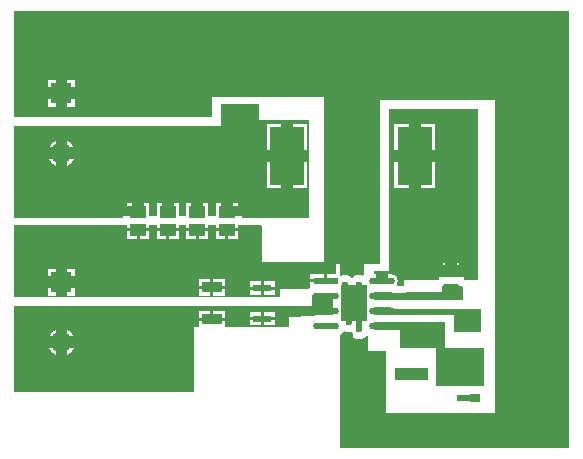
<source format=gtl>
G04*
G04 #@! TF.GenerationSoftware,Altium Limited,Altium Designer,21.2.2 (38)*
G04*
G04 Layer_Physical_Order=1*
G04 Layer_Color=255*
%FSLAX25Y25*%
%MOIN*%
G70*
G04*
G04 #@! TF.SameCoordinates,A6081B22-79F4-4FF1-9526-7A4968917333*
G04*
G04*
G04 #@! TF.FilePolarity,Positive*
G04*
G01*
G75*
%ADD14R,0.08477X0.02292*%
G04:AMPARAMS|DCode=15|XSize=84.77mil|YSize=22.92mil|CornerRadius=11.46mil|HoleSize=0mil|Usage=FLASHONLY|Rotation=0.000|XOffset=0mil|YOffset=0mil|HoleType=Round|Shape=RoundedRectangle|*
%AMROUNDEDRECTD15*
21,1,0.08477,0.00000,0,0,0.0*
21,1,0.06185,0.02292,0,0,0.0*
1,1,0.02292,0.03093,0.00000*
1,1,0.02292,-0.03093,0.00000*
1,1,0.02292,-0.03093,0.00000*
1,1,0.02292,0.03093,0.00000*
%
%ADD15ROUNDEDRECTD15*%
%ADD16R,0.11595X0.19488*%
%ADD17R,0.03543X0.03150*%
%ADD18R,0.06299X0.02362*%
%ADD19R,0.03543X0.02756*%
%ADD20R,0.01181X0.03150*%
%ADD21R,0.05140X0.06922*%
%ADD22R,0.05315X0.04134*%
%ADD23R,0.06693X0.03642*%
%ADD24R,0.09055X0.12205*%
%ADD32C,0.01968*%
%ADD33R,0.07087X0.07087*%
%ADD34C,0.07087*%
%ADD35C,0.02362*%
G36*
X83661Y111221D02*
X100394D01*
Y78740D01*
X77854D01*
Y79232D01*
X76492D01*
Y79233D01*
X72835D01*
Y80709D01*
X70866D01*
Y83776D01*
X69177D01*
Y79232D01*
X66650D01*
Y83776D01*
X64961D01*
Y80709D01*
X61024D01*
Y83776D01*
X59335D01*
Y79232D01*
X56807D01*
Y83776D01*
X55118D01*
Y80709D01*
X51181D01*
Y83776D01*
X49492D01*
Y79232D01*
X48327D01*
Y79232D01*
X46965D01*
Y83776D01*
X45276D01*
Y80709D01*
X43307D01*
Y79233D01*
X39650D01*
Y79232D01*
X38287D01*
Y78740D01*
X1969D01*
X1969Y109252D01*
X70866Y109252D01*
X70866Y116686D01*
X83661D01*
Y111221D01*
D02*
G37*
G36*
X156496Y58071D02*
X152009D01*
X151790Y58114D01*
X151772Y58126D01*
Y59055D01*
X150409D01*
Y59055D01*
X147638D01*
X144866D01*
Y59055D01*
X143504D01*
Y58126D01*
X143421Y58071D01*
X131890D01*
Y56150D01*
X131653Y56102D01*
X129724D01*
X129456Y56602D01*
X129628Y56860D01*
X129795Y57697D01*
X129628Y58534D01*
X129154Y59244D01*
X128444Y59718D01*
X127607Y59885D01*
X126483D01*
Y57697D01*
X122546D01*
Y59885D01*
X122047D01*
Y60977D01*
X124016D01*
X124248Y61024D01*
X126969D01*
Y115157D01*
X156496D01*
Y58071D01*
D02*
G37*
G36*
X150069Y56368D02*
X150850Y55846D01*
X151575Y55702D01*
Y52165D01*
Y51181D01*
X128018D01*
X127986Y51185D01*
X127607Y51235D01*
X122047D01*
Y53827D01*
X127449D01*
X128208Y53727D01*
X128342Y53736D01*
X128552Y53694D01*
X128552Y53694D01*
X128552D01*
X131890D01*
X132811Y53877D01*
X132901Y53937D01*
X144685D01*
Y56019D01*
X145207Y56368D01*
X145393Y56647D01*
X149882D01*
X150069Y56368D01*
D02*
G37*
G36*
X108268Y46235D02*
X102708D01*
X101793Y46115D01*
X101251Y45891D01*
X93504Y45703D01*
Y42323D01*
X72260D01*
Y44333D01*
X67913D01*
X63567D01*
Y42323D01*
X62008D01*
Y20669D01*
X1969D01*
Y49213D01*
X101279D01*
Y53009D01*
X101348Y53032D01*
X101585Y53240D01*
X101615Y53260D01*
X101672Y53288D01*
X101774Y53366D01*
X101847Y53415D01*
X101857Y53430D01*
X102005Y53543D01*
X108268D01*
Y46235D01*
D02*
G37*
G36*
X127894Y48768D02*
X128391Y48562D01*
X128391Y48562D01*
X128760Y48489D01*
X129313Y48379D01*
X129313Y48379D01*
X151575D01*
X151807Y48425D01*
X157480D01*
Y40945D01*
X157087Y40551D01*
X148425D01*
Y46457D01*
X122047D01*
Y48827D01*
X127449D01*
X127894Y48768D01*
D02*
G37*
G36*
X139764Y24606D02*
X128937D01*
Y28543D01*
X139764D01*
Y24606D01*
D02*
G37*
G36*
X145669Y35433D02*
X158465Y35433D01*
Y22638D01*
X142717D01*
Y28543D01*
X142520Y35433D01*
X130709D01*
Y41339D01*
X122304D01*
X122047Y41732D01*
Y44048D01*
X145669D01*
Y35433D01*
D02*
G37*
G36*
X187008Y1969D02*
X162402D01*
Y2190D01*
X162180Y1969D01*
X110630D01*
Y34252D01*
Y39619D01*
X110662Y39632D01*
X111395Y40195D01*
X111941Y40906D01*
X112548Y40654D01*
X113422Y40539D01*
X113663Y40571D01*
X113944Y39892D01*
X114481Y39193D01*
X115180Y38656D01*
X115994Y38319D01*
X116867Y38204D01*
X117741Y38319D01*
X118555Y38656D01*
X119254Y39193D01*
X119614Y39662D01*
X119652Y39632D01*
X120079Y39456D01*
Y34449D01*
X125984D01*
Y13780D01*
X162402Y13780D01*
Y118110D01*
X124016D01*
Y63386D01*
X118582D01*
X118512Y59846D01*
X118082Y59483D01*
X117808Y59597D01*
X116934Y59712D01*
X116060Y59597D01*
X115246Y59259D01*
X114547Y58723D01*
X114546Y58721D01*
X113892Y59222D01*
X113078Y59560D01*
X112205Y59675D01*
X111331Y59560D01*
X111046Y59441D01*
X110630Y59719D01*
Y63386D01*
X109252D01*
Y59843D01*
X106301D01*
Y57697D01*
X105801D01*
Y57197D01*
X100562D01*
Y55551D01*
X100247Y55242D01*
X100135Y55130D01*
X100114Y55118D01*
X90551D01*
Y52165D01*
X2085D01*
X1878Y52665D01*
X1969Y52756D01*
Y76332D01*
X38287D01*
Y76279D01*
X39650D01*
Y75303D01*
X46965D01*
Y76279D01*
X48130D01*
Y76279D01*
X49492D01*
Y75303D01*
X53150D01*
X56807D01*
Y76279D01*
X59335D01*
Y75303D01*
X62992D01*
X66650D01*
Y76279D01*
X69177D01*
Y75303D01*
X72835D01*
X76492D01*
Y76279D01*
X77854D01*
Y76332D01*
X84101D01*
X84646Y75787D01*
Y63976D01*
X105118D01*
Y119095D01*
X67913D01*
Y112205D01*
X1969D01*
Y147638D01*
X187008D01*
Y1969D01*
D02*
G37*
%LPC*%
G36*
X19685Y104346D02*
Y102205D01*
X21826D01*
X21352Y103026D01*
X20506Y103872D01*
X19685Y104346D01*
D02*
G37*
G36*
X15748D02*
X14927Y103872D01*
X14081Y103026D01*
X13607Y102205D01*
X15748D01*
Y104346D01*
D02*
G37*
G36*
X99681Y110153D02*
X94852D01*
Y101378D01*
X99681D01*
Y110153D01*
D02*
G37*
G36*
X90915D02*
X86087D01*
Y101378D01*
X90915D01*
Y110153D01*
D02*
G37*
G36*
X21826Y98268D02*
X19685D01*
Y96127D01*
X20506Y96601D01*
X21352Y97447D01*
X21826Y98268D01*
D02*
G37*
G36*
X15748D02*
X13607D01*
X14081Y97447D01*
X14927Y96601D01*
X15748Y96127D01*
Y98268D01*
D02*
G37*
G36*
X99681Y97441D02*
X94852D01*
Y88665D01*
X99681D01*
Y97441D01*
D02*
G37*
G36*
X90915D02*
X86087D01*
Y88665D01*
X90915D01*
Y97441D01*
D02*
G37*
G36*
X41339Y83776D02*
X39650D01*
Y82677D01*
X41339D01*
Y83776D01*
D02*
G37*
G36*
X76492Y83776D02*
X74803D01*
Y82677D01*
X76492D01*
Y83776D01*
D02*
G37*
G36*
X142260Y110153D02*
X137431D01*
Y101378D01*
X142260D01*
Y110153D01*
D02*
G37*
G36*
X133494D02*
X128665D01*
Y101378D01*
X133494D01*
Y110153D01*
D02*
G37*
G36*
X142260Y97441D02*
X137431D01*
Y88665D01*
X142260D01*
Y97441D01*
D02*
G37*
G36*
X133494D02*
X128665D01*
Y88665D01*
X133494D01*
Y97441D01*
D02*
G37*
G36*
X150409Y63598D02*
X149606D01*
Y62992D01*
X150409D01*
Y63598D01*
D02*
G37*
G36*
X145669D02*
X144866D01*
Y62992D01*
X145669D01*
Y63598D01*
D02*
G37*
G36*
X88795Y47260D02*
X85146D01*
Y45579D01*
X88795D01*
Y47260D01*
D02*
G37*
G36*
X84146D02*
X80496D01*
Y45579D01*
X84146D01*
Y47260D01*
D02*
G37*
G36*
X72260Y47653D02*
X68413D01*
Y45333D01*
X72260D01*
Y47653D01*
D02*
G37*
G36*
X67413D02*
X63567D01*
Y45333D01*
X67413D01*
Y47653D01*
D02*
G37*
G36*
X88795Y44579D02*
X85146D01*
Y42898D01*
X88795D01*
Y44579D01*
D02*
G37*
G36*
X84146D02*
X80496D01*
Y42898D01*
X84146D01*
Y44579D01*
D02*
G37*
G36*
X19685Y41354D02*
Y39213D01*
X21826D01*
X21352Y40034D01*
X20506Y40880D01*
X19685Y41354D01*
D02*
G37*
G36*
X15748D02*
X14927Y40880D01*
X14081Y40034D01*
X13607Y39213D01*
X15748D01*
Y41354D01*
D02*
G37*
G36*
X21826Y35276D02*
X19685D01*
Y33134D01*
X20506Y33609D01*
X21352Y34455D01*
X21826Y35276D01*
D02*
G37*
G36*
X15748D02*
X13607D01*
X14081Y34455D01*
X14927Y33609D01*
X15748Y33134D01*
Y35276D01*
D02*
G37*
G36*
X22260Y124779D02*
X19685D01*
Y122205D01*
X22260D01*
Y124779D01*
D02*
G37*
G36*
X15748D02*
X13173D01*
Y122205D01*
X15748D01*
Y124779D01*
D02*
G37*
G36*
X22260Y118268D02*
X19685D01*
Y115693D01*
X22260D01*
Y118268D01*
D02*
G37*
G36*
X15748D02*
X13173D01*
Y115693D01*
X15748D01*
Y118268D01*
D02*
G37*
G36*
X46965Y74303D02*
X43807D01*
Y71736D01*
X46965D01*
Y74303D01*
D02*
G37*
G36*
X42807D02*
X39650D01*
Y71736D01*
X42807D01*
Y74303D01*
D02*
G37*
G36*
X76492Y74303D02*
X73335D01*
Y71736D01*
X76492D01*
Y74303D01*
D02*
G37*
G36*
X72335D02*
X69177D01*
Y71736D01*
X72335D01*
Y74303D01*
D02*
G37*
G36*
X66650D02*
X63492D01*
Y71736D01*
X66650D01*
Y74303D01*
D02*
G37*
G36*
X62492D02*
X59335D01*
Y71736D01*
X62492D01*
Y74303D01*
D02*
G37*
G36*
X56807D02*
X53650D01*
Y71736D01*
X56807D01*
Y74303D01*
D02*
G37*
G36*
X52650D02*
X49492D01*
Y71736D01*
X52650D01*
Y74303D01*
D02*
G37*
G36*
X22260Y61787D02*
X19685D01*
Y59213D01*
X22260D01*
Y61787D01*
D02*
G37*
G36*
X15748D02*
X13173D01*
Y59213D01*
X15748D01*
Y61787D01*
D02*
G37*
G36*
X105301Y59843D02*
X100562D01*
Y58197D01*
X105301D01*
Y59843D01*
D02*
G37*
G36*
X72260Y58382D02*
X68413D01*
Y56061D01*
X72260D01*
Y58382D01*
D02*
G37*
G36*
X67413D02*
X63567D01*
Y56061D01*
X67413D01*
Y58382D01*
D02*
G37*
G36*
X88795Y57496D02*
X85146D01*
Y55815D01*
X88795D01*
Y57496D01*
D02*
G37*
G36*
X84146D02*
X80496D01*
Y55815D01*
X84146D01*
Y57496D01*
D02*
G37*
G36*
X88795Y54815D02*
X85146D01*
Y53134D01*
X88795D01*
Y54815D01*
D02*
G37*
G36*
X84146D02*
X80496D01*
Y53134D01*
X84146D01*
Y54815D01*
D02*
G37*
G36*
X72260Y55061D02*
X68413D01*
Y52740D01*
X72260D01*
Y55061D01*
D02*
G37*
G36*
X67413D02*
X63567D01*
Y52740D01*
X67413D01*
Y55061D01*
D02*
G37*
G36*
X22260Y55276D02*
X19685D01*
Y52701D01*
X22260D01*
Y55276D01*
D02*
G37*
G36*
X15748D02*
X13173D01*
Y52701D01*
X15748D01*
Y55276D01*
D02*
G37*
%LPD*%
D14*
X105801Y57697D02*
D03*
D15*
Y52697D02*
D03*
Y47697D02*
D03*
Y42697D02*
D03*
X124514D02*
D03*
Y47697D02*
D03*
Y52697D02*
D03*
Y57697D02*
D03*
D16*
X135463Y99410D02*
D03*
X92884D02*
D03*
D17*
X147638Y61024D02*
D03*
Y55118D02*
D03*
D18*
X84646Y55315D02*
D03*
Y45079D02*
D03*
D19*
X155512Y18701D02*
D03*
Y24606D02*
D03*
D20*
X143307Y26575D02*
D03*
X138189D02*
D03*
X129921Y26575D02*
D03*
X124803D02*
D03*
D21*
X164868Y44291D02*
D03*
X154030D02*
D03*
D22*
X72835Y80709D02*
D03*
Y74803D02*
D03*
X53150Y80709D02*
D03*
Y74803D02*
D03*
X62992Y80709D02*
D03*
Y74803D02*
D03*
X43307Y74803D02*
D03*
Y80709D02*
D03*
D23*
X67913Y55561D02*
D03*
Y44833D02*
D03*
D24*
X115157Y50197D02*
D03*
D32*
X116867Y46206D02*
Y50873D01*
Y41580D02*
Y46206D01*
X113422Y43915D02*
Y46288D01*
X115157Y48024D01*
Y50197D01*
X113413Y48946D02*
X113906D01*
X115157Y50197D01*
X113054Y52300D02*
X115157Y50197D01*
X115848Y50888D01*
X112205Y53150D02*
Y56299D01*
X115848Y50888D02*
X116535Y51575D01*
X112205Y53150D02*
X113054Y52300D01*
X113581Y52827D01*
X116350Y51390D02*
X116867Y50873D01*
X115157Y48024D02*
X116976Y46206D01*
X116535Y51575D02*
X116934Y51973D01*
Y56336D01*
X150591Y18701D02*
X155512D01*
X155512Y18701D01*
D33*
X17717Y120236D02*
D03*
Y57244D02*
D03*
D34*
Y100236D02*
D03*
Y37244D02*
D03*
D35*
X113779Y39567D02*
D03*
X113422Y43915D02*
D03*
X113413Y48946D02*
D03*
X113581Y52827D02*
D03*
X116867Y41580D02*
D03*
X116976Y46206D02*
D03*
X116929Y51181D02*
D03*
X116934Y56336D02*
D03*
X112205Y56299D02*
D03*
X150591Y18701D02*
D03*
M02*

</source>
